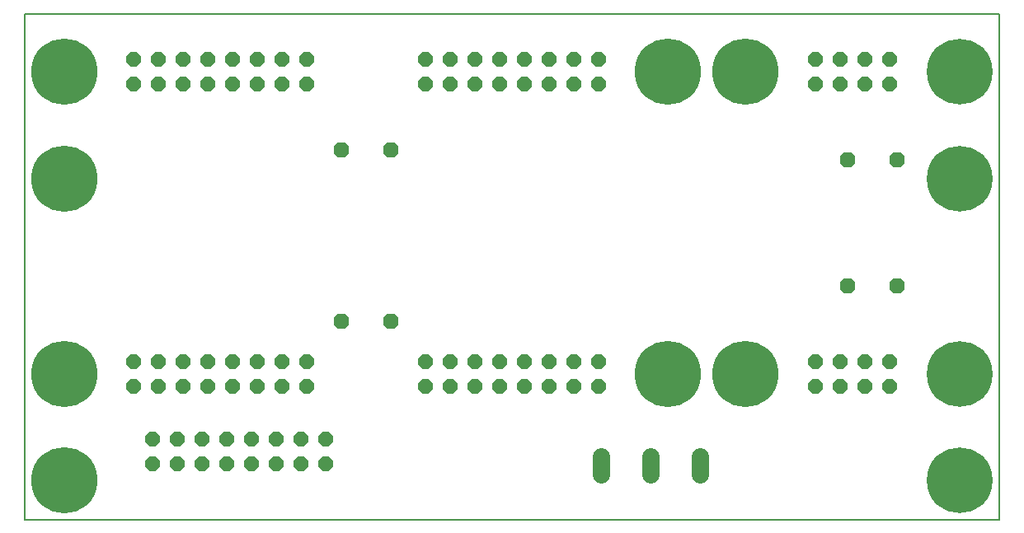
<source format=gbs>
G75*
%MOIN*%
%OFA0B0*%
%FSLAX25Y25*%
%IPPOS*%
%LPD*%
%AMOC8*
5,1,8,0,0,1.08239X$1,22.5*
%
%ADD10C,0.00591*%
%ADD11OC8,0.06300*%
%ADD12OC8,0.06000*%
%ADD13C,0.07050*%
%ADD14C,0.26772*%
%ADD15C,0.26575*%
D10*
X0001800Y0002213D02*
X0001800Y0206937D01*
X0395501Y0206937D01*
X0395501Y0002213D01*
X0001800Y0002213D01*
D11*
X0129595Y0082528D03*
X0149595Y0082528D03*
X0149595Y0151819D03*
X0129595Y0151819D03*
X0334320Y0147882D03*
X0354320Y0147882D03*
X0354320Y0096701D03*
X0334320Y0096701D03*
D12*
X0331446Y0066268D03*
X0341446Y0066268D03*
X0351446Y0066268D03*
X0351446Y0056268D03*
X0341446Y0056268D03*
X0331446Y0056268D03*
X0321446Y0056268D03*
X0321446Y0066268D03*
X0233650Y0066268D03*
X0223650Y0066268D03*
X0213650Y0066268D03*
X0203650Y0066268D03*
X0193650Y0066268D03*
X0183650Y0066268D03*
X0173650Y0066268D03*
X0163650Y0066268D03*
X0163650Y0056268D03*
X0173650Y0056268D03*
X0183650Y0056268D03*
X0193650Y0056268D03*
X0203650Y0056268D03*
X0213650Y0056268D03*
X0223650Y0056268D03*
X0233650Y0056268D03*
X0123414Y0034772D03*
X0113414Y0034772D03*
X0103414Y0034772D03*
X0093414Y0034772D03*
X0083414Y0034772D03*
X0073414Y0034772D03*
X0063414Y0034772D03*
X0053414Y0034772D03*
X0053414Y0024772D03*
X0063414Y0024772D03*
X0073414Y0024772D03*
X0083414Y0024772D03*
X0093414Y0024772D03*
X0103414Y0024772D03*
X0113414Y0024772D03*
X0123414Y0024772D03*
X0115540Y0056268D03*
X0105540Y0056268D03*
X0095540Y0056268D03*
X0085540Y0056268D03*
X0075540Y0056268D03*
X0065540Y0056268D03*
X0055540Y0056268D03*
X0045540Y0056268D03*
X0045540Y0066268D03*
X0055540Y0066268D03*
X0065540Y0066268D03*
X0075540Y0066268D03*
X0085540Y0066268D03*
X0095540Y0066268D03*
X0105540Y0066268D03*
X0115540Y0066268D03*
X0115540Y0178315D03*
X0105540Y0178315D03*
X0095540Y0178315D03*
X0085540Y0178315D03*
X0075540Y0178315D03*
X0065540Y0178315D03*
X0055540Y0178315D03*
X0045540Y0178315D03*
X0045540Y0188315D03*
X0055540Y0188315D03*
X0065540Y0188315D03*
X0075540Y0188315D03*
X0085540Y0188315D03*
X0095540Y0188315D03*
X0105540Y0188315D03*
X0115540Y0188315D03*
X0163650Y0188315D03*
X0173650Y0188315D03*
X0183650Y0188315D03*
X0193650Y0188315D03*
X0203650Y0188315D03*
X0213650Y0188315D03*
X0223650Y0188315D03*
X0233650Y0188315D03*
X0233650Y0178315D03*
X0223650Y0178315D03*
X0213650Y0178315D03*
X0203650Y0178315D03*
X0193650Y0178315D03*
X0183650Y0178315D03*
X0173650Y0178315D03*
X0163650Y0178315D03*
X0321446Y0178315D03*
X0331446Y0178315D03*
X0341446Y0178315D03*
X0351446Y0178315D03*
X0351446Y0188315D03*
X0341446Y0188315D03*
X0331446Y0188315D03*
X0321446Y0188315D03*
D13*
X0274556Y0027647D02*
X0274556Y0020597D01*
X0254556Y0020597D02*
X0254556Y0027647D01*
X0234556Y0027647D02*
X0234556Y0020597D01*
D14*
X0261643Y0061268D03*
X0293139Y0061268D03*
X0293139Y0183315D03*
X0261643Y0183315D03*
X0017548Y0183315D03*
X0017548Y0140008D03*
X0017548Y0061268D03*
X0017548Y0017961D03*
D15*
X0379753Y0017961D03*
X0379753Y0061268D03*
X0379753Y0140008D03*
X0379753Y0183315D03*
M02*

</source>
